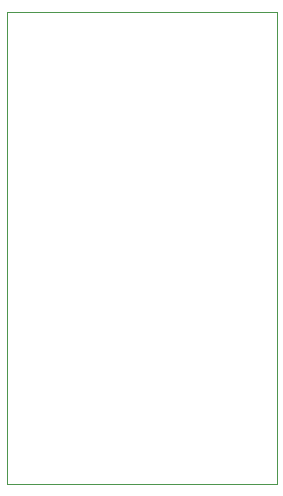
<source format=gbp>
G75*
%MOIN*%
%OFA0B0*%
%FSLAX24Y24*%
%IPPOS*%
%LPD*%
%AMOC8*
5,1,8,0,0,1.08239X$1,22.5*
%
%ADD10C,0.0000*%
D10*
X002209Y000150D02*
X002209Y015898D01*
X011208Y015898D01*
X011208Y000150D01*
X002209Y000150D01*
M02*

</source>
